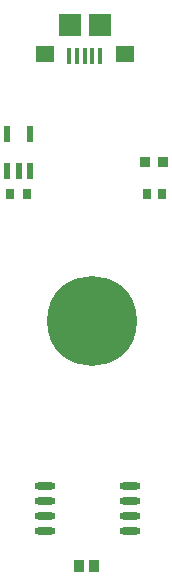
<source format=gbp>
G04 Layer_Color=16770453*
%FSLAX24Y24*%
%MOIN*%
G70*
G01*
G75*
%ADD21O,0.0709X0.0236*%
%ADD22R,0.0354X0.0394*%
%ADD23R,0.0217X0.0550*%
%ADD24R,0.0295X0.0335*%
%ADD25R,0.0315X0.0354*%
%ADD26R,0.0320X0.0320*%
%ADD27C,0.3000*%
%ADD28R,0.0748X0.0748*%
%ADD29R,0.0630X0.0551*%
%ADD30R,0.0157X0.0532*%
D21*
X26654Y21533D02*
D03*
Y22033D02*
D03*
Y22533D02*
D03*
Y23033D02*
D03*
X29488Y21533D02*
D03*
Y22033D02*
D03*
Y22533D02*
D03*
Y23033D02*
D03*
D22*
X28307Y20374D02*
D03*
X27795D02*
D03*
D23*
X26161Y34764D02*
D03*
X25413D02*
D03*
Y33543D02*
D03*
X25787D02*
D03*
X26161D02*
D03*
D24*
X25492Y32776D02*
D03*
X26083D02*
D03*
D25*
X30079D02*
D03*
X30551D02*
D03*
D26*
X30015Y33858D02*
D03*
X30615D02*
D03*
D27*
X28228Y28543D02*
D03*
D28*
X27492Y38425D02*
D03*
X28492D02*
D03*
D29*
X29332Y37461D02*
D03*
X26654D02*
D03*
D30*
X27480Y37372D02*
D03*
X28504D02*
D03*
X28248D02*
D03*
X27736D02*
D03*
X27992D02*
D03*
M02*

</source>
